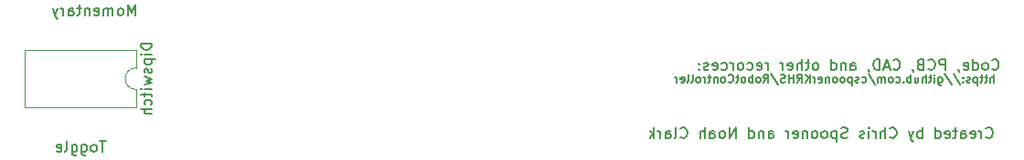
<source format=gbr>
%TF.GenerationSoftware,KiCad,Pcbnew,(6.0.5)*%
%TF.CreationDate,2023-04-11T14:57:45-04:00*%
%TF.ProjectId,Robot Controller PCB,526f626f-7420-4436-9f6e-74726f6c6c65,rev?*%
%TF.SameCoordinates,Original*%
%TF.FileFunction,Legend,Bot*%
%TF.FilePolarity,Positive*%
%FSLAX46Y46*%
G04 Gerber Fmt 4.6, Leading zero omitted, Abs format (unit mm)*
G04 Created by KiCad (PCBNEW (6.0.5)) date 2023-04-11 14:57:45*
%MOMM*%
%LPD*%
G01*
G04 APERTURE LIST*
%ADD10C,0.150000*%
%ADD11C,0.127000*%
%ADD12C,0.120000*%
G04 APERTURE END LIST*
D10*
X88851904Y-121102380D02*
X88851904Y-120102380D01*
X88518571Y-120816666D01*
X88185238Y-120102380D01*
X88185238Y-121102380D01*
X87566190Y-121102380D02*
X87661428Y-121054761D01*
X87709047Y-121007142D01*
X87756666Y-120911904D01*
X87756666Y-120626190D01*
X87709047Y-120530952D01*
X87661428Y-120483333D01*
X87566190Y-120435714D01*
X87423333Y-120435714D01*
X87328095Y-120483333D01*
X87280476Y-120530952D01*
X87232857Y-120626190D01*
X87232857Y-120911904D01*
X87280476Y-121007142D01*
X87328095Y-121054761D01*
X87423333Y-121102380D01*
X87566190Y-121102380D01*
X86804285Y-121102380D02*
X86804285Y-120435714D01*
X86804285Y-120530952D02*
X86756666Y-120483333D01*
X86661428Y-120435714D01*
X86518571Y-120435714D01*
X86423333Y-120483333D01*
X86375714Y-120578571D01*
X86375714Y-121102380D01*
X86375714Y-120578571D02*
X86328095Y-120483333D01*
X86232857Y-120435714D01*
X86090000Y-120435714D01*
X85994761Y-120483333D01*
X85947142Y-120578571D01*
X85947142Y-121102380D01*
X85090000Y-121054761D02*
X85185238Y-121102380D01*
X85375714Y-121102380D01*
X85470952Y-121054761D01*
X85518571Y-120959523D01*
X85518571Y-120578571D01*
X85470952Y-120483333D01*
X85375714Y-120435714D01*
X85185238Y-120435714D01*
X85090000Y-120483333D01*
X85042380Y-120578571D01*
X85042380Y-120673809D01*
X85518571Y-120769047D01*
X84613809Y-120435714D02*
X84613809Y-121102380D01*
X84613809Y-120530952D02*
X84566190Y-120483333D01*
X84470952Y-120435714D01*
X84328095Y-120435714D01*
X84232857Y-120483333D01*
X84185238Y-120578571D01*
X84185238Y-121102380D01*
X83851904Y-120435714D02*
X83470952Y-120435714D01*
X83709047Y-120102380D02*
X83709047Y-120959523D01*
X83661428Y-121054761D01*
X83566190Y-121102380D01*
X83470952Y-121102380D01*
X82709047Y-121102380D02*
X82709047Y-120578571D01*
X82756666Y-120483333D01*
X82851904Y-120435714D01*
X83042380Y-120435714D01*
X83137619Y-120483333D01*
X82709047Y-121054761D02*
X82804285Y-121102380D01*
X83042380Y-121102380D01*
X83137619Y-121054761D01*
X83185238Y-120959523D01*
X83185238Y-120864285D01*
X83137619Y-120769047D01*
X83042380Y-120721428D01*
X82804285Y-120721428D01*
X82709047Y-120673809D01*
X82232857Y-121102380D02*
X82232857Y-120435714D01*
X82232857Y-120626190D02*
X82185238Y-120530952D01*
X82137619Y-120483333D01*
X82042380Y-120435714D01*
X81947142Y-120435714D01*
X81709047Y-120435714D02*
X81470952Y-121102380D01*
X81232857Y-120435714D02*
X81470952Y-121102380D01*
X81566190Y-121340476D01*
X81613809Y-121388095D01*
X81709047Y-121435714D01*
X86153333Y-132802380D02*
X85581904Y-132802380D01*
X85867619Y-133802380D02*
X85867619Y-132802380D01*
X85105714Y-133802380D02*
X85200952Y-133754761D01*
X85248571Y-133707142D01*
X85296190Y-133611904D01*
X85296190Y-133326190D01*
X85248571Y-133230952D01*
X85200952Y-133183333D01*
X85105714Y-133135714D01*
X84962857Y-133135714D01*
X84867619Y-133183333D01*
X84820000Y-133230952D01*
X84772380Y-133326190D01*
X84772380Y-133611904D01*
X84820000Y-133707142D01*
X84867619Y-133754761D01*
X84962857Y-133802380D01*
X85105714Y-133802380D01*
X83915238Y-133135714D02*
X83915238Y-133945238D01*
X83962857Y-134040476D01*
X84010476Y-134088095D01*
X84105714Y-134135714D01*
X84248571Y-134135714D01*
X84343809Y-134088095D01*
X83915238Y-133754761D02*
X84010476Y-133802380D01*
X84200952Y-133802380D01*
X84296190Y-133754761D01*
X84343809Y-133707142D01*
X84391428Y-133611904D01*
X84391428Y-133326190D01*
X84343809Y-133230952D01*
X84296190Y-133183333D01*
X84200952Y-133135714D01*
X84010476Y-133135714D01*
X83915238Y-133183333D01*
X83010476Y-133135714D02*
X83010476Y-133945238D01*
X83058095Y-134040476D01*
X83105714Y-134088095D01*
X83200952Y-134135714D01*
X83343809Y-134135714D01*
X83439047Y-134088095D01*
X83010476Y-133754761D02*
X83105714Y-133802380D01*
X83296190Y-133802380D01*
X83391428Y-133754761D01*
X83439047Y-133707142D01*
X83486666Y-133611904D01*
X83486666Y-133326190D01*
X83439047Y-133230952D01*
X83391428Y-133183333D01*
X83296190Y-133135714D01*
X83105714Y-133135714D01*
X83010476Y-133183333D01*
X82391428Y-133802380D02*
X82486666Y-133754761D01*
X82534285Y-133659523D01*
X82534285Y-132802380D01*
X81629523Y-133754761D02*
X81724761Y-133802380D01*
X81915238Y-133802380D01*
X82010476Y-133754761D01*
X82058095Y-133659523D01*
X82058095Y-133278571D01*
X82010476Y-133183333D01*
X81915238Y-133135714D01*
X81724761Y-133135714D01*
X81629523Y-133183333D01*
X81581904Y-133278571D01*
X81581904Y-133373809D01*
X82058095Y-133469047D01*
X168225714Y-126087142D02*
X168273333Y-126134761D01*
X168416190Y-126182380D01*
X168511428Y-126182380D01*
X168654285Y-126134761D01*
X168749523Y-126039523D01*
X168797142Y-125944285D01*
X168844761Y-125753809D01*
X168844761Y-125610952D01*
X168797142Y-125420476D01*
X168749523Y-125325238D01*
X168654285Y-125230000D01*
X168511428Y-125182380D01*
X168416190Y-125182380D01*
X168273333Y-125230000D01*
X168225714Y-125277619D01*
X167654285Y-126182380D02*
X167749523Y-126134761D01*
X167797142Y-126087142D01*
X167844761Y-125991904D01*
X167844761Y-125706190D01*
X167797142Y-125610952D01*
X167749523Y-125563333D01*
X167654285Y-125515714D01*
X167511428Y-125515714D01*
X167416190Y-125563333D01*
X167368571Y-125610952D01*
X167320952Y-125706190D01*
X167320952Y-125991904D01*
X167368571Y-126087142D01*
X167416190Y-126134761D01*
X167511428Y-126182380D01*
X167654285Y-126182380D01*
X166463809Y-126182380D02*
X166463809Y-125182380D01*
X166463809Y-126134761D02*
X166559047Y-126182380D01*
X166749523Y-126182380D01*
X166844761Y-126134761D01*
X166892380Y-126087142D01*
X166940000Y-125991904D01*
X166940000Y-125706190D01*
X166892380Y-125610952D01*
X166844761Y-125563333D01*
X166749523Y-125515714D01*
X166559047Y-125515714D01*
X166463809Y-125563333D01*
X165606666Y-126134761D02*
X165701904Y-126182380D01*
X165892380Y-126182380D01*
X165987619Y-126134761D01*
X166035238Y-126039523D01*
X166035238Y-125658571D01*
X165987619Y-125563333D01*
X165892380Y-125515714D01*
X165701904Y-125515714D01*
X165606666Y-125563333D01*
X165559047Y-125658571D01*
X165559047Y-125753809D01*
X166035238Y-125849047D01*
X165082857Y-126134761D02*
X165082857Y-126182380D01*
X165130476Y-126277619D01*
X165178095Y-126325238D01*
X163892380Y-126182380D02*
X163892380Y-125182380D01*
X163511428Y-125182380D01*
X163416190Y-125230000D01*
X163368571Y-125277619D01*
X163320952Y-125372857D01*
X163320952Y-125515714D01*
X163368571Y-125610952D01*
X163416190Y-125658571D01*
X163511428Y-125706190D01*
X163892380Y-125706190D01*
X162320952Y-126087142D02*
X162368571Y-126134761D01*
X162511428Y-126182380D01*
X162606666Y-126182380D01*
X162749523Y-126134761D01*
X162844761Y-126039523D01*
X162892380Y-125944285D01*
X162940000Y-125753809D01*
X162940000Y-125610952D01*
X162892380Y-125420476D01*
X162844761Y-125325238D01*
X162749523Y-125230000D01*
X162606666Y-125182380D01*
X162511428Y-125182380D01*
X162368571Y-125230000D01*
X162320952Y-125277619D01*
X161559047Y-125658571D02*
X161416190Y-125706190D01*
X161368571Y-125753809D01*
X161320952Y-125849047D01*
X161320952Y-125991904D01*
X161368571Y-126087142D01*
X161416190Y-126134761D01*
X161511428Y-126182380D01*
X161892380Y-126182380D01*
X161892380Y-125182380D01*
X161559047Y-125182380D01*
X161463809Y-125230000D01*
X161416190Y-125277619D01*
X161368571Y-125372857D01*
X161368571Y-125468095D01*
X161416190Y-125563333D01*
X161463809Y-125610952D01*
X161559047Y-125658571D01*
X161892380Y-125658571D01*
X160844761Y-126134761D02*
X160844761Y-126182380D01*
X160892380Y-126277619D01*
X160940000Y-126325238D01*
X159082857Y-126087142D02*
X159130476Y-126134761D01*
X159273333Y-126182380D01*
X159368571Y-126182380D01*
X159511428Y-126134761D01*
X159606666Y-126039523D01*
X159654285Y-125944285D01*
X159701904Y-125753809D01*
X159701904Y-125610952D01*
X159654285Y-125420476D01*
X159606666Y-125325238D01*
X159511428Y-125230000D01*
X159368571Y-125182380D01*
X159273333Y-125182380D01*
X159130476Y-125230000D01*
X159082857Y-125277619D01*
X158701904Y-125896666D02*
X158225714Y-125896666D01*
X158797142Y-126182380D02*
X158463809Y-125182380D01*
X158130476Y-126182380D01*
X157797142Y-126182380D02*
X157797142Y-125182380D01*
X157559047Y-125182380D01*
X157416190Y-125230000D01*
X157320952Y-125325238D01*
X157273333Y-125420476D01*
X157225714Y-125610952D01*
X157225714Y-125753809D01*
X157273333Y-125944285D01*
X157320952Y-126039523D01*
X157416190Y-126134761D01*
X157559047Y-126182380D01*
X157797142Y-126182380D01*
X156749523Y-126134761D02*
X156749523Y-126182380D01*
X156797142Y-126277619D01*
X156844761Y-126325238D01*
X155130476Y-126182380D02*
X155130476Y-125658571D01*
X155178095Y-125563333D01*
X155273333Y-125515714D01*
X155463809Y-125515714D01*
X155559047Y-125563333D01*
X155130476Y-126134761D02*
X155225714Y-126182380D01*
X155463809Y-126182380D01*
X155559047Y-126134761D01*
X155606666Y-126039523D01*
X155606666Y-125944285D01*
X155559047Y-125849047D01*
X155463809Y-125801428D01*
X155225714Y-125801428D01*
X155130476Y-125753809D01*
X154654285Y-125515714D02*
X154654285Y-126182380D01*
X154654285Y-125610952D02*
X154606666Y-125563333D01*
X154511428Y-125515714D01*
X154368571Y-125515714D01*
X154273333Y-125563333D01*
X154225714Y-125658571D01*
X154225714Y-126182380D01*
X153320952Y-126182380D02*
X153320952Y-125182380D01*
X153320952Y-126134761D02*
X153416190Y-126182380D01*
X153606666Y-126182380D01*
X153701904Y-126134761D01*
X153749523Y-126087142D01*
X153797142Y-125991904D01*
X153797142Y-125706190D01*
X153749523Y-125610952D01*
X153701904Y-125563333D01*
X153606666Y-125515714D01*
X153416190Y-125515714D01*
X153320952Y-125563333D01*
X151940000Y-126182380D02*
X152035238Y-126134761D01*
X152082857Y-126087142D01*
X152130476Y-125991904D01*
X152130476Y-125706190D01*
X152082857Y-125610952D01*
X152035238Y-125563333D01*
X151940000Y-125515714D01*
X151797142Y-125515714D01*
X151701904Y-125563333D01*
X151654285Y-125610952D01*
X151606666Y-125706190D01*
X151606666Y-125991904D01*
X151654285Y-126087142D01*
X151701904Y-126134761D01*
X151797142Y-126182380D01*
X151940000Y-126182380D01*
X151320952Y-125515714D02*
X150940000Y-125515714D01*
X151178095Y-125182380D02*
X151178095Y-126039523D01*
X151130476Y-126134761D01*
X151035238Y-126182380D01*
X150940000Y-126182380D01*
X150606666Y-126182380D02*
X150606666Y-125182380D01*
X150178095Y-126182380D02*
X150178095Y-125658571D01*
X150225714Y-125563333D01*
X150320952Y-125515714D01*
X150463809Y-125515714D01*
X150559047Y-125563333D01*
X150606666Y-125610952D01*
X149320952Y-126134761D02*
X149416190Y-126182380D01*
X149606666Y-126182380D01*
X149701904Y-126134761D01*
X149749523Y-126039523D01*
X149749523Y-125658571D01*
X149701904Y-125563333D01*
X149606666Y-125515714D01*
X149416190Y-125515714D01*
X149320952Y-125563333D01*
X149273333Y-125658571D01*
X149273333Y-125753809D01*
X149749523Y-125849047D01*
X148844761Y-126182380D02*
X148844761Y-125515714D01*
X148844761Y-125706190D02*
X148797142Y-125610952D01*
X148749523Y-125563333D01*
X148654285Y-125515714D01*
X148559047Y-125515714D01*
X147463809Y-126182380D02*
X147463809Y-125515714D01*
X147463809Y-125706190D02*
X147416190Y-125610952D01*
X147368571Y-125563333D01*
X147273333Y-125515714D01*
X147178095Y-125515714D01*
X146463809Y-126134761D02*
X146559047Y-126182380D01*
X146749523Y-126182380D01*
X146844761Y-126134761D01*
X146892380Y-126039523D01*
X146892380Y-125658571D01*
X146844761Y-125563333D01*
X146749523Y-125515714D01*
X146559047Y-125515714D01*
X146463809Y-125563333D01*
X146416190Y-125658571D01*
X146416190Y-125753809D01*
X146892380Y-125849047D01*
X145559047Y-126134761D02*
X145654285Y-126182380D01*
X145844761Y-126182380D01*
X145940000Y-126134761D01*
X145987619Y-126087142D01*
X146035238Y-125991904D01*
X146035238Y-125706190D01*
X145987619Y-125610952D01*
X145940000Y-125563333D01*
X145844761Y-125515714D01*
X145654285Y-125515714D01*
X145559047Y-125563333D01*
X144987619Y-126182380D02*
X145082857Y-126134761D01*
X145130476Y-126087142D01*
X145178095Y-125991904D01*
X145178095Y-125706190D01*
X145130476Y-125610952D01*
X145082857Y-125563333D01*
X144987619Y-125515714D01*
X144844761Y-125515714D01*
X144749523Y-125563333D01*
X144701904Y-125610952D01*
X144654285Y-125706190D01*
X144654285Y-125991904D01*
X144701904Y-126087142D01*
X144749523Y-126134761D01*
X144844761Y-126182380D01*
X144987619Y-126182380D01*
X144225714Y-126182380D02*
X144225714Y-125515714D01*
X144225714Y-125706190D02*
X144178095Y-125610952D01*
X144130476Y-125563333D01*
X144035238Y-125515714D01*
X143940000Y-125515714D01*
X143178095Y-126134761D02*
X143273333Y-126182380D01*
X143463809Y-126182380D01*
X143559047Y-126134761D01*
X143606666Y-126087142D01*
X143654285Y-125991904D01*
X143654285Y-125706190D01*
X143606666Y-125610952D01*
X143559047Y-125563333D01*
X143463809Y-125515714D01*
X143273333Y-125515714D01*
X143178095Y-125563333D01*
X142368571Y-126134761D02*
X142463809Y-126182380D01*
X142654285Y-126182380D01*
X142749523Y-126134761D01*
X142797142Y-126039523D01*
X142797142Y-125658571D01*
X142749523Y-125563333D01*
X142654285Y-125515714D01*
X142463809Y-125515714D01*
X142368571Y-125563333D01*
X142320952Y-125658571D01*
X142320952Y-125753809D01*
X142797142Y-125849047D01*
X141940000Y-126134761D02*
X141844761Y-126182380D01*
X141654285Y-126182380D01*
X141559047Y-126134761D01*
X141511428Y-126039523D01*
X141511428Y-125991904D01*
X141559047Y-125896666D01*
X141654285Y-125849047D01*
X141797142Y-125849047D01*
X141892380Y-125801428D01*
X141940000Y-125706190D01*
X141940000Y-125658571D01*
X141892380Y-125563333D01*
X141797142Y-125515714D01*
X141654285Y-125515714D01*
X141559047Y-125563333D01*
X141082857Y-126087142D02*
X141035238Y-126134761D01*
X141082857Y-126182380D01*
X141130476Y-126134761D01*
X141082857Y-126087142D01*
X141082857Y-126182380D01*
X141082857Y-125563333D02*
X141035238Y-125610952D01*
X141082857Y-125658571D01*
X141130476Y-125610952D01*
X141082857Y-125563333D01*
X141082857Y-125658571D01*
D11*
X168402000Y-127344714D02*
X168402000Y-126582714D01*
X168075428Y-127344714D02*
X168075428Y-126945571D01*
X168111714Y-126873000D01*
X168184285Y-126836714D01*
X168293142Y-126836714D01*
X168365714Y-126873000D01*
X168402000Y-126909285D01*
X167821428Y-126836714D02*
X167531142Y-126836714D01*
X167712571Y-126582714D02*
X167712571Y-127235857D01*
X167676285Y-127308428D01*
X167603714Y-127344714D01*
X167531142Y-127344714D01*
X167386000Y-126836714D02*
X167095714Y-126836714D01*
X167277142Y-126582714D02*
X167277142Y-127235857D01*
X167240857Y-127308428D01*
X167168285Y-127344714D01*
X167095714Y-127344714D01*
X166841714Y-126836714D02*
X166841714Y-127598714D01*
X166841714Y-126873000D02*
X166769142Y-126836714D01*
X166624000Y-126836714D01*
X166551428Y-126873000D01*
X166515142Y-126909285D01*
X166478857Y-126981857D01*
X166478857Y-127199571D01*
X166515142Y-127272142D01*
X166551428Y-127308428D01*
X166624000Y-127344714D01*
X166769142Y-127344714D01*
X166841714Y-127308428D01*
X166188571Y-127308428D02*
X166116000Y-127344714D01*
X165970857Y-127344714D01*
X165898285Y-127308428D01*
X165862000Y-127235857D01*
X165862000Y-127199571D01*
X165898285Y-127127000D01*
X165970857Y-127090714D01*
X166079714Y-127090714D01*
X166152285Y-127054428D01*
X166188571Y-126981857D01*
X166188571Y-126945571D01*
X166152285Y-126873000D01*
X166079714Y-126836714D01*
X165970857Y-126836714D01*
X165898285Y-126873000D01*
X165535428Y-127272142D02*
X165499142Y-127308428D01*
X165535428Y-127344714D01*
X165571714Y-127308428D01*
X165535428Y-127272142D01*
X165535428Y-127344714D01*
X165535428Y-126873000D02*
X165499142Y-126909285D01*
X165535428Y-126945571D01*
X165571714Y-126909285D01*
X165535428Y-126873000D01*
X165535428Y-126945571D01*
X164628285Y-126546428D02*
X165281428Y-127526142D01*
X163830000Y-126546428D02*
X164483142Y-127526142D01*
X163249428Y-126836714D02*
X163249428Y-127453571D01*
X163285714Y-127526142D01*
X163322000Y-127562428D01*
X163394571Y-127598714D01*
X163503428Y-127598714D01*
X163576000Y-127562428D01*
X163249428Y-127308428D02*
X163322000Y-127344714D01*
X163467142Y-127344714D01*
X163539714Y-127308428D01*
X163576000Y-127272142D01*
X163612285Y-127199571D01*
X163612285Y-126981857D01*
X163576000Y-126909285D01*
X163539714Y-126873000D01*
X163467142Y-126836714D01*
X163322000Y-126836714D01*
X163249428Y-126873000D01*
X162886571Y-127344714D02*
X162886571Y-126836714D01*
X162886571Y-126582714D02*
X162922857Y-126619000D01*
X162886571Y-126655285D01*
X162850285Y-126619000D01*
X162886571Y-126582714D01*
X162886571Y-126655285D01*
X162632571Y-126836714D02*
X162342285Y-126836714D01*
X162523714Y-126582714D02*
X162523714Y-127235857D01*
X162487428Y-127308428D01*
X162414857Y-127344714D01*
X162342285Y-127344714D01*
X162088285Y-127344714D02*
X162088285Y-126582714D01*
X161761714Y-127344714D02*
X161761714Y-126945571D01*
X161798000Y-126873000D01*
X161870571Y-126836714D01*
X161979428Y-126836714D01*
X162052000Y-126873000D01*
X162088285Y-126909285D01*
X161072285Y-126836714D02*
X161072285Y-127344714D01*
X161398857Y-126836714D02*
X161398857Y-127235857D01*
X161362571Y-127308428D01*
X161290000Y-127344714D01*
X161181142Y-127344714D01*
X161108571Y-127308428D01*
X161072285Y-127272142D01*
X160709428Y-127344714D02*
X160709428Y-126582714D01*
X160709428Y-126873000D02*
X160636857Y-126836714D01*
X160491714Y-126836714D01*
X160419142Y-126873000D01*
X160382857Y-126909285D01*
X160346571Y-126981857D01*
X160346571Y-127199571D01*
X160382857Y-127272142D01*
X160419142Y-127308428D01*
X160491714Y-127344714D01*
X160636857Y-127344714D01*
X160709428Y-127308428D01*
X160020000Y-127272142D02*
X159983714Y-127308428D01*
X160020000Y-127344714D01*
X160056285Y-127308428D01*
X160020000Y-127272142D01*
X160020000Y-127344714D01*
X159330571Y-127308428D02*
X159403142Y-127344714D01*
X159548285Y-127344714D01*
X159620857Y-127308428D01*
X159657142Y-127272142D01*
X159693428Y-127199571D01*
X159693428Y-126981857D01*
X159657142Y-126909285D01*
X159620857Y-126873000D01*
X159548285Y-126836714D01*
X159403142Y-126836714D01*
X159330571Y-126873000D01*
X158895142Y-127344714D02*
X158967714Y-127308428D01*
X159004000Y-127272142D01*
X159040285Y-127199571D01*
X159040285Y-126981857D01*
X159004000Y-126909285D01*
X158967714Y-126873000D01*
X158895142Y-126836714D01*
X158786285Y-126836714D01*
X158713714Y-126873000D01*
X158677428Y-126909285D01*
X158641142Y-126981857D01*
X158641142Y-127199571D01*
X158677428Y-127272142D01*
X158713714Y-127308428D01*
X158786285Y-127344714D01*
X158895142Y-127344714D01*
X158314571Y-127344714D02*
X158314571Y-126836714D01*
X158314571Y-126909285D02*
X158278285Y-126873000D01*
X158205714Y-126836714D01*
X158096857Y-126836714D01*
X158024285Y-126873000D01*
X157988000Y-126945571D01*
X157988000Y-127344714D01*
X157988000Y-126945571D02*
X157951714Y-126873000D01*
X157879142Y-126836714D01*
X157770285Y-126836714D01*
X157697714Y-126873000D01*
X157661428Y-126945571D01*
X157661428Y-127344714D01*
X156754285Y-126546428D02*
X157407428Y-127526142D01*
X156173714Y-127308428D02*
X156246285Y-127344714D01*
X156391428Y-127344714D01*
X156464000Y-127308428D01*
X156500285Y-127272142D01*
X156536571Y-127199571D01*
X156536571Y-126981857D01*
X156500285Y-126909285D01*
X156464000Y-126873000D01*
X156391428Y-126836714D01*
X156246285Y-126836714D01*
X156173714Y-126873000D01*
X155883428Y-127308428D02*
X155810857Y-127344714D01*
X155665714Y-127344714D01*
X155593142Y-127308428D01*
X155556857Y-127235857D01*
X155556857Y-127199571D01*
X155593142Y-127127000D01*
X155665714Y-127090714D01*
X155774571Y-127090714D01*
X155847142Y-127054428D01*
X155883428Y-126981857D01*
X155883428Y-126945571D01*
X155847142Y-126873000D01*
X155774571Y-126836714D01*
X155665714Y-126836714D01*
X155593142Y-126873000D01*
X155230285Y-126836714D02*
X155230285Y-127598714D01*
X155230285Y-126873000D02*
X155157714Y-126836714D01*
X155012571Y-126836714D01*
X154940000Y-126873000D01*
X154903714Y-126909285D01*
X154867428Y-126981857D01*
X154867428Y-127199571D01*
X154903714Y-127272142D01*
X154940000Y-127308428D01*
X155012571Y-127344714D01*
X155157714Y-127344714D01*
X155230285Y-127308428D01*
X154432000Y-127344714D02*
X154504571Y-127308428D01*
X154540857Y-127272142D01*
X154577142Y-127199571D01*
X154577142Y-126981857D01*
X154540857Y-126909285D01*
X154504571Y-126873000D01*
X154432000Y-126836714D01*
X154323142Y-126836714D01*
X154250571Y-126873000D01*
X154214285Y-126909285D01*
X154178000Y-126981857D01*
X154178000Y-127199571D01*
X154214285Y-127272142D01*
X154250571Y-127308428D01*
X154323142Y-127344714D01*
X154432000Y-127344714D01*
X153742571Y-127344714D02*
X153815142Y-127308428D01*
X153851428Y-127272142D01*
X153887714Y-127199571D01*
X153887714Y-126981857D01*
X153851428Y-126909285D01*
X153815142Y-126873000D01*
X153742571Y-126836714D01*
X153633714Y-126836714D01*
X153561142Y-126873000D01*
X153524857Y-126909285D01*
X153488571Y-126981857D01*
X153488571Y-127199571D01*
X153524857Y-127272142D01*
X153561142Y-127308428D01*
X153633714Y-127344714D01*
X153742571Y-127344714D01*
X153162000Y-126836714D02*
X153162000Y-127344714D01*
X153162000Y-126909285D02*
X153125714Y-126873000D01*
X153053142Y-126836714D01*
X152944285Y-126836714D01*
X152871714Y-126873000D01*
X152835428Y-126945571D01*
X152835428Y-127344714D01*
X152182285Y-127308428D02*
X152254857Y-127344714D01*
X152400000Y-127344714D01*
X152472571Y-127308428D01*
X152508857Y-127235857D01*
X152508857Y-126945571D01*
X152472571Y-126873000D01*
X152400000Y-126836714D01*
X152254857Y-126836714D01*
X152182285Y-126873000D01*
X152146000Y-126945571D01*
X152146000Y-127018142D01*
X152508857Y-127090714D01*
X151819428Y-127344714D02*
X151819428Y-126836714D01*
X151819428Y-126981857D02*
X151783142Y-126909285D01*
X151746857Y-126873000D01*
X151674285Y-126836714D01*
X151601714Y-126836714D01*
X151347714Y-127344714D02*
X151347714Y-126582714D01*
X150912285Y-127344714D02*
X151238857Y-126909285D01*
X150912285Y-126582714D02*
X151347714Y-127018142D01*
X150150285Y-127344714D02*
X150404285Y-126981857D01*
X150585714Y-127344714D02*
X150585714Y-126582714D01*
X150295428Y-126582714D01*
X150222857Y-126619000D01*
X150186571Y-126655285D01*
X150150285Y-126727857D01*
X150150285Y-126836714D01*
X150186571Y-126909285D01*
X150222857Y-126945571D01*
X150295428Y-126981857D01*
X150585714Y-126981857D01*
X149823714Y-127344714D02*
X149823714Y-126582714D01*
X149823714Y-126945571D02*
X149388285Y-126945571D01*
X149388285Y-127344714D02*
X149388285Y-126582714D01*
X149061714Y-127308428D02*
X148952857Y-127344714D01*
X148771428Y-127344714D01*
X148698857Y-127308428D01*
X148662571Y-127272142D01*
X148626285Y-127199571D01*
X148626285Y-127127000D01*
X148662571Y-127054428D01*
X148698857Y-127018142D01*
X148771428Y-126981857D01*
X148916571Y-126945571D01*
X148989142Y-126909285D01*
X149025428Y-126873000D01*
X149061714Y-126800428D01*
X149061714Y-126727857D01*
X149025428Y-126655285D01*
X148989142Y-126619000D01*
X148916571Y-126582714D01*
X148735142Y-126582714D01*
X148626285Y-126619000D01*
X147755428Y-126546428D02*
X148408571Y-127526142D01*
X147066000Y-127344714D02*
X147320000Y-126981857D01*
X147501428Y-127344714D02*
X147501428Y-126582714D01*
X147211142Y-126582714D01*
X147138571Y-126619000D01*
X147102285Y-126655285D01*
X147066000Y-126727857D01*
X147066000Y-126836714D01*
X147102285Y-126909285D01*
X147138571Y-126945571D01*
X147211142Y-126981857D01*
X147501428Y-126981857D01*
X146630571Y-127344714D02*
X146703142Y-127308428D01*
X146739428Y-127272142D01*
X146775714Y-127199571D01*
X146775714Y-126981857D01*
X146739428Y-126909285D01*
X146703142Y-126873000D01*
X146630571Y-126836714D01*
X146521714Y-126836714D01*
X146449142Y-126873000D01*
X146412857Y-126909285D01*
X146376571Y-126981857D01*
X146376571Y-127199571D01*
X146412857Y-127272142D01*
X146449142Y-127308428D01*
X146521714Y-127344714D01*
X146630571Y-127344714D01*
X146050000Y-127344714D02*
X146050000Y-126582714D01*
X146050000Y-126873000D02*
X145977428Y-126836714D01*
X145832285Y-126836714D01*
X145759714Y-126873000D01*
X145723428Y-126909285D01*
X145687142Y-126981857D01*
X145687142Y-127199571D01*
X145723428Y-127272142D01*
X145759714Y-127308428D01*
X145832285Y-127344714D01*
X145977428Y-127344714D01*
X146050000Y-127308428D01*
X145251714Y-127344714D02*
X145324285Y-127308428D01*
X145360571Y-127272142D01*
X145396857Y-127199571D01*
X145396857Y-126981857D01*
X145360571Y-126909285D01*
X145324285Y-126873000D01*
X145251714Y-126836714D01*
X145142857Y-126836714D01*
X145070285Y-126873000D01*
X145034000Y-126909285D01*
X144997714Y-126981857D01*
X144997714Y-127199571D01*
X145034000Y-127272142D01*
X145070285Y-127308428D01*
X145142857Y-127344714D01*
X145251714Y-127344714D01*
X144780000Y-126836714D02*
X144489714Y-126836714D01*
X144671142Y-126582714D02*
X144671142Y-127235857D01*
X144634857Y-127308428D01*
X144562285Y-127344714D01*
X144489714Y-127344714D01*
X143800285Y-127272142D02*
X143836571Y-127308428D01*
X143945428Y-127344714D01*
X144018000Y-127344714D01*
X144126857Y-127308428D01*
X144199428Y-127235857D01*
X144235714Y-127163285D01*
X144272000Y-127018142D01*
X144272000Y-126909285D01*
X144235714Y-126764142D01*
X144199428Y-126691571D01*
X144126857Y-126619000D01*
X144018000Y-126582714D01*
X143945428Y-126582714D01*
X143836571Y-126619000D01*
X143800285Y-126655285D01*
X143364857Y-127344714D02*
X143437428Y-127308428D01*
X143473714Y-127272142D01*
X143510000Y-127199571D01*
X143510000Y-126981857D01*
X143473714Y-126909285D01*
X143437428Y-126873000D01*
X143364857Y-126836714D01*
X143256000Y-126836714D01*
X143183428Y-126873000D01*
X143147142Y-126909285D01*
X143110857Y-126981857D01*
X143110857Y-127199571D01*
X143147142Y-127272142D01*
X143183428Y-127308428D01*
X143256000Y-127344714D01*
X143364857Y-127344714D01*
X142784285Y-126836714D02*
X142784285Y-127344714D01*
X142784285Y-126909285D02*
X142748000Y-126873000D01*
X142675428Y-126836714D01*
X142566571Y-126836714D01*
X142494000Y-126873000D01*
X142457714Y-126945571D01*
X142457714Y-127344714D01*
X142203714Y-126836714D02*
X141913428Y-126836714D01*
X142094857Y-126582714D02*
X142094857Y-127235857D01*
X142058571Y-127308428D01*
X141986000Y-127344714D01*
X141913428Y-127344714D01*
X141659428Y-127344714D02*
X141659428Y-126836714D01*
X141659428Y-126981857D02*
X141623142Y-126909285D01*
X141586857Y-126873000D01*
X141514285Y-126836714D01*
X141441714Y-126836714D01*
X141078857Y-127344714D02*
X141151428Y-127308428D01*
X141187714Y-127272142D01*
X141224000Y-127199571D01*
X141224000Y-126981857D01*
X141187714Y-126909285D01*
X141151428Y-126873000D01*
X141078857Y-126836714D01*
X140970000Y-126836714D01*
X140897428Y-126873000D01*
X140861142Y-126909285D01*
X140824857Y-126981857D01*
X140824857Y-127199571D01*
X140861142Y-127272142D01*
X140897428Y-127308428D01*
X140970000Y-127344714D01*
X141078857Y-127344714D01*
X140389428Y-127344714D02*
X140462000Y-127308428D01*
X140498285Y-127235857D01*
X140498285Y-126582714D01*
X139990285Y-127344714D02*
X140062857Y-127308428D01*
X140099142Y-127235857D01*
X140099142Y-126582714D01*
X139409714Y-127308428D02*
X139482285Y-127344714D01*
X139627428Y-127344714D01*
X139700000Y-127308428D01*
X139736285Y-127235857D01*
X139736285Y-126945571D01*
X139700000Y-126873000D01*
X139627428Y-126836714D01*
X139482285Y-126836714D01*
X139409714Y-126873000D01*
X139373428Y-126945571D01*
X139373428Y-127018142D01*
X139736285Y-127090714D01*
X139046857Y-127344714D02*
X139046857Y-126836714D01*
X139046857Y-126981857D02*
X139010571Y-126909285D01*
X138974285Y-126873000D01*
X138901714Y-126836714D01*
X138829142Y-126836714D01*
D10*
X167661904Y-132437142D02*
X167709523Y-132484761D01*
X167852380Y-132532380D01*
X167947619Y-132532380D01*
X168090476Y-132484761D01*
X168185714Y-132389523D01*
X168233333Y-132294285D01*
X168280952Y-132103809D01*
X168280952Y-131960952D01*
X168233333Y-131770476D01*
X168185714Y-131675238D01*
X168090476Y-131580000D01*
X167947619Y-131532380D01*
X167852380Y-131532380D01*
X167709523Y-131580000D01*
X167661904Y-131627619D01*
X167233333Y-132532380D02*
X167233333Y-131865714D01*
X167233333Y-132056190D02*
X167185714Y-131960952D01*
X167138095Y-131913333D01*
X167042857Y-131865714D01*
X166947619Y-131865714D01*
X166233333Y-132484761D02*
X166328571Y-132532380D01*
X166519047Y-132532380D01*
X166614285Y-132484761D01*
X166661904Y-132389523D01*
X166661904Y-132008571D01*
X166614285Y-131913333D01*
X166519047Y-131865714D01*
X166328571Y-131865714D01*
X166233333Y-131913333D01*
X166185714Y-132008571D01*
X166185714Y-132103809D01*
X166661904Y-132199047D01*
X165328571Y-132532380D02*
X165328571Y-132008571D01*
X165376190Y-131913333D01*
X165471428Y-131865714D01*
X165661904Y-131865714D01*
X165757142Y-131913333D01*
X165328571Y-132484761D02*
X165423809Y-132532380D01*
X165661904Y-132532380D01*
X165757142Y-132484761D01*
X165804761Y-132389523D01*
X165804761Y-132294285D01*
X165757142Y-132199047D01*
X165661904Y-132151428D01*
X165423809Y-132151428D01*
X165328571Y-132103809D01*
X164995238Y-131865714D02*
X164614285Y-131865714D01*
X164852380Y-131532380D02*
X164852380Y-132389523D01*
X164804761Y-132484761D01*
X164709523Y-132532380D01*
X164614285Y-132532380D01*
X163900000Y-132484761D02*
X163995238Y-132532380D01*
X164185714Y-132532380D01*
X164280952Y-132484761D01*
X164328571Y-132389523D01*
X164328571Y-132008571D01*
X164280952Y-131913333D01*
X164185714Y-131865714D01*
X163995238Y-131865714D01*
X163900000Y-131913333D01*
X163852380Y-132008571D01*
X163852380Y-132103809D01*
X164328571Y-132199047D01*
X162995238Y-132532380D02*
X162995238Y-131532380D01*
X162995238Y-132484761D02*
X163090476Y-132532380D01*
X163280952Y-132532380D01*
X163376190Y-132484761D01*
X163423809Y-132437142D01*
X163471428Y-132341904D01*
X163471428Y-132056190D01*
X163423809Y-131960952D01*
X163376190Y-131913333D01*
X163280952Y-131865714D01*
X163090476Y-131865714D01*
X162995238Y-131913333D01*
X161757142Y-132532380D02*
X161757142Y-131532380D01*
X161757142Y-131913333D02*
X161661904Y-131865714D01*
X161471428Y-131865714D01*
X161376190Y-131913333D01*
X161328571Y-131960952D01*
X161280952Y-132056190D01*
X161280952Y-132341904D01*
X161328571Y-132437142D01*
X161376190Y-132484761D01*
X161471428Y-132532380D01*
X161661904Y-132532380D01*
X161757142Y-132484761D01*
X160947619Y-131865714D02*
X160709523Y-132532380D01*
X160471428Y-131865714D02*
X160709523Y-132532380D01*
X160804761Y-132770476D01*
X160852380Y-132818095D01*
X160947619Y-132865714D01*
X158757142Y-132437142D02*
X158804761Y-132484761D01*
X158947619Y-132532380D01*
X159042857Y-132532380D01*
X159185714Y-132484761D01*
X159280952Y-132389523D01*
X159328571Y-132294285D01*
X159376190Y-132103809D01*
X159376190Y-131960952D01*
X159328571Y-131770476D01*
X159280952Y-131675238D01*
X159185714Y-131580000D01*
X159042857Y-131532380D01*
X158947619Y-131532380D01*
X158804761Y-131580000D01*
X158757142Y-131627619D01*
X158328571Y-132532380D02*
X158328571Y-131532380D01*
X157900000Y-132532380D02*
X157900000Y-132008571D01*
X157947619Y-131913333D01*
X158042857Y-131865714D01*
X158185714Y-131865714D01*
X158280952Y-131913333D01*
X158328571Y-131960952D01*
X157423809Y-132532380D02*
X157423809Y-131865714D01*
X157423809Y-132056190D02*
X157376190Y-131960952D01*
X157328571Y-131913333D01*
X157233333Y-131865714D01*
X157138095Y-131865714D01*
X156804761Y-132532380D02*
X156804761Y-131865714D01*
X156804761Y-131532380D02*
X156852380Y-131580000D01*
X156804761Y-131627619D01*
X156757142Y-131580000D01*
X156804761Y-131532380D01*
X156804761Y-131627619D01*
X156376190Y-132484761D02*
X156280952Y-132532380D01*
X156090476Y-132532380D01*
X155995238Y-132484761D01*
X155947619Y-132389523D01*
X155947619Y-132341904D01*
X155995238Y-132246666D01*
X156090476Y-132199047D01*
X156233333Y-132199047D01*
X156328571Y-132151428D01*
X156376190Y-132056190D01*
X156376190Y-132008571D01*
X156328571Y-131913333D01*
X156233333Y-131865714D01*
X156090476Y-131865714D01*
X155995238Y-131913333D01*
X154804761Y-132484761D02*
X154661904Y-132532380D01*
X154423809Y-132532380D01*
X154328571Y-132484761D01*
X154280952Y-132437142D01*
X154233333Y-132341904D01*
X154233333Y-132246666D01*
X154280952Y-132151428D01*
X154328571Y-132103809D01*
X154423809Y-132056190D01*
X154614285Y-132008571D01*
X154709523Y-131960952D01*
X154757142Y-131913333D01*
X154804761Y-131818095D01*
X154804761Y-131722857D01*
X154757142Y-131627619D01*
X154709523Y-131580000D01*
X154614285Y-131532380D01*
X154376190Y-131532380D01*
X154233333Y-131580000D01*
X153804761Y-131865714D02*
X153804761Y-132865714D01*
X153804761Y-131913333D02*
X153709523Y-131865714D01*
X153519047Y-131865714D01*
X153423809Y-131913333D01*
X153376190Y-131960952D01*
X153328571Y-132056190D01*
X153328571Y-132341904D01*
X153376190Y-132437142D01*
X153423809Y-132484761D01*
X153519047Y-132532380D01*
X153709523Y-132532380D01*
X153804761Y-132484761D01*
X152757142Y-132532380D02*
X152852380Y-132484761D01*
X152900000Y-132437142D01*
X152947619Y-132341904D01*
X152947619Y-132056190D01*
X152900000Y-131960952D01*
X152852380Y-131913333D01*
X152757142Y-131865714D01*
X152614285Y-131865714D01*
X152519047Y-131913333D01*
X152471428Y-131960952D01*
X152423809Y-132056190D01*
X152423809Y-132341904D01*
X152471428Y-132437142D01*
X152519047Y-132484761D01*
X152614285Y-132532380D01*
X152757142Y-132532380D01*
X151852380Y-132532380D02*
X151947619Y-132484761D01*
X151995238Y-132437142D01*
X152042857Y-132341904D01*
X152042857Y-132056190D01*
X151995238Y-131960952D01*
X151947619Y-131913333D01*
X151852380Y-131865714D01*
X151709523Y-131865714D01*
X151614285Y-131913333D01*
X151566666Y-131960952D01*
X151519047Y-132056190D01*
X151519047Y-132341904D01*
X151566666Y-132437142D01*
X151614285Y-132484761D01*
X151709523Y-132532380D01*
X151852380Y-132532380D01*
X151090476Y-131865714D02*
X151090476Y-132532380D01*
X151090476Y-131960952D02*
X151042857Y-131913333D01*
X150947619Y-131865714D01*
X150804761Y-131865714D01*
X150709523Y-131913333D01*
X150661904Y-132008571D01*
X150661904Y-132532380D01*
X149804761Y-132484761D02*
X149900000Y-132532380D01*
X150090476Y-132532380D01*
X150185714Y-132484761D01*
X150233333Y-132389523D01*
X150233333Y-132008571D01*
X150185714Y-131913333D01*
X150090476Y-131865714D01*
X149900000Y-131865714D01*
X149804761Y-131913333D01*
X149757142Y-132008571D01*
X149757142Y-132103809D01*
X150233333Y-132199047D01*
X149328571Y-132532380D02*
X149328571Y-131865714D01*
X149328571Y-132056190D02*
X149280952Y-131960952D01*
X149233333Y-131913333D01*
X149138095Y-131865714D01*
X149042857Y-131865714D01*
X147519047Y-132532380D02*
X147519047Y-132008571D01*
X147566666Y-131913333D01*
X147661904Y-131865714D01*
X147852380Y-131865714D01*
X147947619Y-131913333D01*
X147519047Y-132484761D02*
X147614285Y-132532380D01*
X147852380Y-132532380D01*
X147947619Y-132484761D01*
X147995238Y-132389523D01*
X147995238Y-132294285D01*
X147947619Y-132199047D01*
X147852380Y-132151428D01*
X147614285Y-132151428D01*
X147519047Y-132103809D01*
X147042857Y-131865714D02*
X147042857Y-132532380D01*
X147042857Y-131960952D02*
X146995238Y-131913333D01*
X146900000Y-131865714D01*
X146757142Y-131865714D01*
X146661904Y-131913333D01*
X146614285Y-132008571D01*
X146614285Y-132532380D01*
X145709523Y-132532380D02*
X145709523Y-131532380D01*
X145709523Y-132484761D02*
X145804761Y-132532380D01*
X145995238Y-132532380D01*
X146090476Y-132484761D01*
X146138095Y-132437142D01*
X146185714Y-132341904D01*
X146185714Y-132056190D01*
X146138095Y-131960952D01*
X146090476Y-131913333D01*
X145995238Y-131865714D01*
X145804761Y-131865714D01*
X145709523Y-131913333D01*
X144471428Y-132532380D02*
X144471428Y-131532380D01*
X143900000Y-132532380D01*
X143900000Y-131532380D01*
X143280952Y-132532380D02*
X143376190Y-132484761D01*
X143423809Y-132437142D01*
X143471428Y-132341904D01*
X143471428Y-132056190D01*
X143423809Y-131960952D01*
X143376190Y-131913333D01*
X143280952Y-131865714D01*
X143138095Y-131865714D01*
X143042857Y-131913333D01*
X142995238Y-131960952D01*
X142947619Y-132056190D01*
X142947619Y-132341904D01*
X142995238Y-132437142D01*
X143042857Y-132484761D01*
X143138095Y-132532380D01*
X143280952Y-132532380D01*
X142090476Y-132532380D02*
X142090476Y-132008571D01*
X142138095Y-131913333D01*
X142233333Y-131865714D01*
X142423809Y-131865714D01*
X142519047Y-131913333D01*
X142090476Y-132484761D02*
X142185714Y-132532380D01*
X142423809Y-132532380D01*
X142519047Y-132484761D01*
X142566666Y-132389523D01*
X142566666Y-132294285D01*
X142519047Y-132199047D01*
X142423809Y-132151428D01*
X142185714Y-132151428D01*
X142090476Y-132103809D01*
X141614285Y-132532380D02*
X141614285Y-131532380D01*
X141185714Y-132532380D02*
X141185714Y-132008571D01*
X141233333Y-131913333D01*
X141328571Y-131865714D01*
X141471428Y-131865714D01*
X141566666Y-131913333D01*
X141614285Y-131960952D01*
X139376190Y-132437142D02*
X139423809Y-132484761D01*
X139566666Y-132532380D01*
X139661904Y-132532380D01*
X139804761Y-132484761D01*
X139900000Y-132389523D01*
X139947619Y-132294285D01*
X139995238Y-132103809D01*
X139995238Y-131960952D01*
X139947619Y-131770476D01*
X139900000Y-131675238D01*
X139804761Y-131580000D01*
X139661904Y-131532380D01*
X139566666Y-131532380D01*
X139423809Y-131580000D01*
X139376190Y-131627619D01*
X138804761Y-132532380D02*
X138900000Y-132484761D01*
X138947619Y-132389523D01*
X138947619Y-131532380D01*
X137995238Y-132532380D02*
X137995238Y-132008571D01*
X138042857Y-131913333D01*
X138138095Y-131865714D01*
X138328571Y-131865714D01*
X138423809Y-131913333D01*
X137995238Y-132484761D02*
X138090476Y-132532380D01*
X138328571Y-132532380D01*
X138423809Y-132484761D01*
X138471428Y-132389523D01*
X138471428Y-132294285D01*
X138423809Y-132199047D01*
X138328571Y-132151428D01*
X138090476Y-132151428D01*
X137995238Y-132103809D01*
X137519047Y-132532380D02*
X137519047Y-131865714D01*
X137519047Y-132056190D02*
X137471428Y-131960952D01*
X137423809Y-131913333D01*
X137328571Y-131865714D01*
X137233333Y-131865714D01*
X136900000Y-132532380D02*
X136900000Y-131532380D01*
X136804761Y-132151428D02*
X136519047Y-132532380D01*
X136519047Y-131865714D02*
X136900000Y-132246666D01*
%TO.C,Dipswitch*%
X90402380Y-123714285D02*
X89402380Y-123714285D01*
X89402380Y-123952380D01*
X89450000Y-124095238D01*
X89545238Y-124190476D01*
X89640476Y-124238095D01*
X89830952Y-124285714D01*
X89973809Y-124285714D01*
X90164285Y-124238095D01*
X90259523Y-124190476D01*
X90354761Y-124095238D01*
X90402380Y-123952380D01*
X90402380Y-123714285D01*
X90402380Y-124714285D02*
X89735714Y-124714285D01*
X89402380Y-124714285D02*
X89450000Y-124666666D01*
X89497619Y-124714285D01*
X89450000Y-124761904D01*
X89402380Y-124714285D01*
X89497619Y-124714285D01*
X89735714Y-125190476D02*
X90735714Y-125190476D01*
X89783333Y-125190476D02*
X89735714Y-125285714D01*
X89735714Y-125476190D01*
X89783333Y-125571428D01*
X89830952Y-125619047D01*
X89926190Y-125666666D01*
X90211904Y-125666666D01*
X90307142Y-125619047D01*
X90354761Y-125571428D01*
X90402380Y-125476190D01*
X90402380Y-125285714D01*
X90354761Y-125190476D01*
X90354761Y-126047619D02*
X90402380Y-126142857D01*
X90402380Y-126333333D01*
X90354761Y-126428571D01*
X90259523Y-126476190D01*
X90211904Y-126476190D01*
X90116666Y-126428571D01*
X90069047Y-126333333D01*
X90069047Y-126190476D01*
X90021428Y-126095238D01*
X89926190Y-126047619D01*
X89878571Y-126047619D01*
X89783333Y-126095238D01*
X89735714Y-126190476D01*
X89735714Y-126333333D01*
X89783333Y-126428571D01*
X89735714Y-126809523D02*
X90402380Y-127000000D01*
X89926190Y-127190476D01*
X90402380Y-127380952D01*
X89735714Y-127571428D01*
X90402380Y-127952380D02*
X89735714Y-127952380D01*
X89402380Y-127952380D02*
X89450000Y-127904761D01*
X89497619Y-127952380D01*
X89450000Y-128000000D01*
X89402380Y-127952380D01*
X89497619Y-127952380D01*
X89735714Y-128285714D02*
X89735714Y-128666666D01*
X89402380Y-128428571D02*
X90259523Y-128428571D01*
X90354761Y-128476190D01*
X90402380Y-128571428D01*
X90402380Y-128666666D01*
X90354761Y-129428571D02*
X90402380Y-129333333D01*
X90402380Y-129142857D01*
X90354761Y-129047619D01*
X90307142Y-129000000D01*
X90211904Y-128952380D01*
X89926190Y-128952380D01*
X89830952Y-129000000D01*
X89783333Y-129047619D01*
X89735714Y-129142857D01*
X89735714Y-129333333D01*
X89783333Y-129428571D01*
X90402380Y-129857142D02*
X89402380Y-129857142D01*
X90402380Y-130285714D02*
X89878571Y-130285714D01*
X89783333Y-130238095D01*
X89735714Y-130142857D01*
X89735714Y-130000000D01*
X89783333Y-129904761D01*
X89830952Y-129857142D01*
D12*
X88950000Y-127990000D02*
X88950000Y-129640000D01*
X78670000Y-129640000D02*
X78670000Y-124340000D01*
X88950000Y-129640000D02*
X78670000Y-129640000D01*
X88950000Y-124340000D02*
X88950000Y-125990000D01*
X78670000Y-124340000D02*
X88950000Y-124340000D01*
X88950000Y-125990000D02*
G75*
G03*
X88950000Y-127990000I0J-1000000D01*
G01*
%TD*%
M02*

</source>
